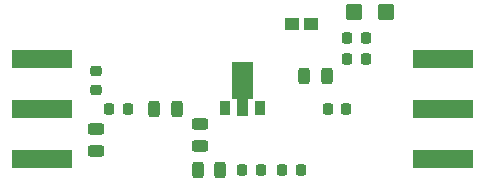
<source format=gbr>
%TF.GenerationSoftware,KiCad,Pcbnew,(5.99.0-7233-g6a28d6af27)*%
%TF.CreationDate,2021-07-20T18:44:52+02:00*%
%TF.ProjectId,lna,6c6e612e-6b69-4636-9164-5f7063625858,rev?*%
%TF.SameCoordinates,Original*%
%TF.FileFunction,Paste,Top*%
%TF.FilePolarity,Positive*%
%FSLAX46Y46*%
G04 Gerber Fmt 4.6, Leading zero omitted, Abs format (unit mm)*
G04 Created by KiCad (PCBNEW (5.99.0-7233-g6a28d6af27)) date 2021-07-20 18:44:52*
%MOMM*%
%LPD*%
G01*
G04 APERTURE LIST*
G04 Aperture macros list*
%AMRoundRect*
0 Rectangle with rounded corners*
0 $1 Rounding radius*
0 $2 $3 $4 $5 $6 $7 $8 $9 X,Y pos of 4 corners*
0 Add a 4 corners polygon primitive as box body*
4,1,4,$2,$3,$4,$5,$6,$7,$8,$9,$2,$3,0*
0 Add four circle primitives for the rounded corners*
1,1,$1+$1,$2,$3,0*
1,1,$1+$1,$4,$5,0*
1,1,$1+$1,$6,$7,0*
1,1,$1+$1,$8,$9,0*
0 Add four rect primitives between the rounded corners*
20,1,$1+$1,$2,$3,$4,$5,0*
20,1,$1+$1,$4,$5,$6,$7,0*
20,1,$1+$1,$6,$7,$8,$9,0*
20,1,$1+$1,$8,$9,$2,$3,0*%
G04 Aperture macros list end*
%ADD10RoundRect,0.218750X0.256250X-0.218750X0.256250X0.218750X-0.256250X0.218750X-0.256250X-0.218750X0*%
%ADD11RoundRect,0.250000X-0.450000X-0.425000X0.450000X-0.425000X0.450000X0.425000X-0.450000X0.425000X0*%
%ADD12R,0.900000X1.300000*%
%ADD13RoundRect,0.243750X0.243750X0.456250X-0.243750X0.456250X-0.243750X-0.456250X0.243750X-0.456250X0*%
%ADD14R,5.080000X1.500000*%
%ADD15RoundRect,0.218750X-0.218750X-0.256250X0.218750X-0.256250X0.218750X0.256250X-0.218750X0.256250X0*%
%ADD16RoundRect,0.243750X-0.243750X-0.456250X0.243750X-0.456250X0.243750X0.456250X-0.243750X0.456250X0*%
%ADD17R,1.306056X1.058220*%
%ADD18RoundRect,0.218750X0.218750X0.256250X-0.218750X0.256250X-0.218750X-0.256250X0.218750X-0.256250X0*%
%ADD19RoundRect,0.243750X-0.456250X0.243750X-0.456250X-0.243750X0.456250X-0.243750X0.456250X0.243750X0*%
G04 APERTURE END LIST*
D10*
%TO.C,C1*%
X132600000Y-93387500D03*
X132600000Y-91812500D03*
%TD*%
D11*
%TO.C,C6*%
X154450000Y-86800000D03*
X157150000Y-86800000D03*
%TD*%
D12*
%TO.C,U1*%
X143500000Y-94950000D03*
G36*
X145866500Y-91000000D02*
G01*
X145866500Y-94125000D01*
X145450000Y-94125000D01*
X145449999Y-95600000D01*
X144550000Y-95600000D01*
X144550001Y-94125000D01*
X144133500Y-94125000D01*
X144133501Y-91000000D01*
X145866500Y-91000000D01*
G37*
X146500000Y-94950000D03*
%TD*%
D13*
%TO.C,L2*%
X139437500Y-95000000D03*
X137562500Y-95000000D03*
%TD*%
D14*
%TO.C,J3*%
X162000000Y-95000000D03*
X162000000Y-99250000D03*
X162000000Y-90750000D03*
%TD*%
D15*
%TO.C,C2*%
X133750000Y-95000000D03*
X135325000Y-95000000D03*
%TD*%
%TO.C,C7*%
X152212500Y-95000000D03*
X153787500Y-95000000D03*
%TD*%
%TO.C,R1*%
X145012500Y-100200000D03*
X146587500Y-100200000D03*
%TD*%
D16*
%TO.C,L4*%
X141262500Y-100200000D03*
X143137500Y-100200000D03*
%TD*%
D17*
%TO.C,FB1*%
X149223918Y-87800000D03*
X150776082Y-87800000D03*
%TD*%
D18*
%TO.C,C4*%
X155462500Y-90800000D03*
X153887500Y-90800000D03*
%TD*%
D19*
%TO.C,L3*%
X141400000Y-96262500D03*
X141400000Y-98137500D03*
%TD*%
D16*
%TO.C,L5*%
X150262500Y-92200000D03*
X152137500Y-92200000D03*
%TD*%
D15*
%TO.C,C3*%
X148400000Y-100200000D03*
X149975000Y-100200000D03*
%TD*%
D14*
%TO.C,J1*%
X128000000Y-95000000D03*
X128000000Y-90750000D03*
X128000000Y-99250000D03*
%TD*%
D19*
%TO.C,L1*%
X132600000Y-96662500D03*
X132600000Y-98537500D03*
%TD*%
D15*
%TO.C,C5*%
X153887500Y-89000000D03*
X155462500Y-89000000D03*
%TD*%
M02*

</source>
